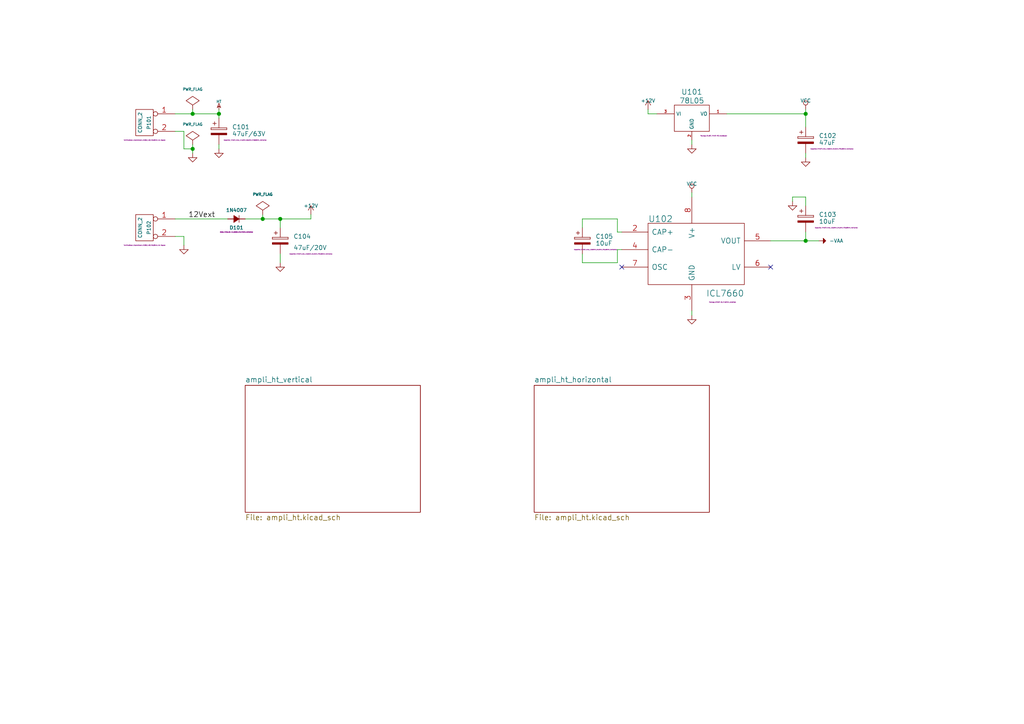
<source format=kicad_sch>
(kicad_sch
	(version 20250114)
	(generator "eeschema")
	(generator_version "9.0")
	(uuid "5b9623a5-6d01-41fc-9865-e1bc779418c8")
	(paper "A4")
	(title_block
		(title "Complex hierarchy: demo")
		(date "2017-01-15")
	)
	(lib_symbols
		(symbol "complex_hierarchy:+12V"
			(power)
			(pin_names
				(offset 0)
			)
			(exclude_from_sim no)
			(in_bom yes)
			(on_board yes)
			(property "Reference" "#PWR"
				(at 0 -3.81 0)
				(effects
					(font
						(size 1.27 1.27)
					)
					(hide yes)
				)
			)
			(property "Value" "+12V"
				(at 0 3.556 0)
				(effects
					(font
						(size 1.27 1.27)
					)
				)
			)
			(property "Footprint" ""
				(at 0 0 0)
				(effects
					(font
						(size 1.524 1.524)
					)
				)
			)
			(property "Datasheet" ""
				(at 0 0 0)
				(effects
					(font
						(size 1.524 1.524)
					)
				)
			)
			(property "Description" ""
				(at 0 0 0)
				(effects
					(font
						(size 1.27 1.27)
					)
					(hide yes)
				)
			)
			(symbol "+12V_0_1"
				(polyline
					(pts
						(xy -0.762 1.27) (xy 0 2.54)
					)
					(stroke
						(width 0)
						(type default)
					)
					(fill
						(type none)
					)
				)
				(polyline
					(pts
						(xy 0 2.54) (xy 0.762 1.27)
					)
					(stroke
						(width 0)
						(type default)
					)
					(fill
						(type none)
					)
				)
				(polyline
					(pts
						(xy 0 0) (xy 0 2.54)
					)
					(stroke
						(width 0)
						(type default)
					)
					(fill
						(type none)
					)
				)
			)
			(symbol "+12V_1_1"
				(pin power_in line
					(at 0 0 90)
					(length 0)
					(hide yes)
					(name "+12V"
						(effects
							(font
								(size 1.27 1.27)
							)
						)
					)
					(number "1"
						(effects
							(font
								(size 1.27 1.27)
							)
						)
					)
				)
			)
			(embedded_fonts no)
		)
		(symbol "complex_hierarchy:-VAA"
			(power)
			(pin_names
				(offset 0)
			)
			(exclude_from_sim no)
			(in_bom yes)
			(on_board yes)
			(property "Reference" "#PWR"
				(at 0 2.54 0)
				(effects
					(font
						(size 0.508 0.508)
					)
					(hide yes)
				)
			)
			(property "Value" "-VAA"
				(at 0 2.54 0)
				(effects
					(font
						(size 0.762 0.762)
					)
				)
			)
			(property "Footprint" ""
				(at 0 0 0)
				(effects
					(font
						(size 1.524 1.524)
					)
				)
			)
			(property "Datasheet" ""
				(at 0 0 0)
				(effects
					(font
						(size 1.524 1.524)
					)
				)
			)
			(property "Description" ""
				(at 0 0 0)
				(effects
					(font
						(size 1.27 1.27)
					)
					(hide yes)
				)
			)
			(symbol "-VAA_0_0"
				(pin power_in line
					(at 0 0 90)
					(length 0)
					(hide yes)
					(name "-VAA"
						(effects
							(font
								(size 0.508 0.508)
							)
						)
					)
					(number "1"
						(effects
							(font
								(size 0.508 0.508)
							)
						)
					)
				)
			)
			(symbol "-VAA_0_1"
				(polyline
					(pts
						(xy 0 2.032) (xy 0.762 1.27) (xy -0.508 1.27) (xy -0.762 1.27) (xy 0 2.032) (xy 0 2.032) (xy 0 2.032)
					)
					(stroke
						(width 0)
						(type default)
					)
					(fill
						(type outline)
					)
				)
				(polyline
					(pts
						(xy 0 0) (xy 0 1.27) (xy 0 1.27)
					)
					(stroke
						(width 0)
						(type default)
					)
					(fill
						(type none)
					)
				)
			)
			(embedded_fonts no)
		)
		(symbol "complex_hierarchy:7805"
			(exclude_from_sim no)
			(in_bom yes)
			(on_board yes)
			(property "Reference" "U"
				(at 3.81 -4.9784 0)
				(effects
					(font
						(size 1.524 1.524)
					)
				)
			)
			(property "Value" "7805"
				(at 0 5.08 0)
				(effects
					(font
						(size 1.524 1.524)
					)
				)
			)
			(property "Footprint" ""
				(at 0 0 0)
				(effects
					(font
						(size 1.524 1.524)
					)
				)
			)
			(property "Datasheet" ""
				(at 0 0 0)
				(effects
					(font
						(size 1.524 1.524)
					)
				)
			)
			(property "Description" ""
				(at 0 0 0)
				(effects
					(font
						(size 1.27 1.27)
					)
					(hide yes)
				)
			)
			(symbol "7805_0_1"
				(rectangle
					(start -5.08 -3.81)
					(end 5.08 3.81)
					(stroke
						(width 0)
						(type default)
					)
					(fill
						(type none)
					)
				)
			)
			(symbol "7805_1_1"
				(pin input line
					(at -10.16 1.27 0)
					(length 5.08)
					(name "VI"
						(effects
							(font
								(size 1.016 1.016)
							)
						)
					)
					(number "3"
						(effects
							(font
								(size 0.762 0.762)
							)
						)
					)
				)
				(pin input line
					(at 0 -6.35 90)
					(length 2.54)
					(name "GND"
						(effects
							(font
								(size 1.016 1.016)
							)
						)
					)
					(number "2"
						(effects
							(font
								(size 0.762 0.762)
							)
						)
					)
				)
				(pin power_out line
					(at 10.16 1.27 180)
					(length 5.08)
					(name "VO"
						(effects
							(font
								(size 1.016 1.016)
							)
						)
					)
					(number "1"
						(effects
							(font
								(size 0.762 0.762)
							)
						)
					)
				)
			)
			(embedded_fonts no)
		)
		(symbol "complex_hierarchy:CONN_2"
			(pin_names
				(offset 1.016)
				(hide yes)
			)
			(exclude_from_sim no)
			(in_bom yes)
			(on_board yes)
			(property "Reference" "P"
				(at -1.27 0 90)
				(effects
					(font
						(size 1.016 1.016)
					)
				)
			)
			(property "Value" "CONN_2"
				(at 1.27 0 90)
				(effects
					(font
						(size 1.016 1.016)
					)
				)
			)
			(property "Footprint" ""
				(at 0 0 0)
				(effects
					(font
						(size 1.524 1.524)
					)
				)
			)
			(property "Datasheet" ""
				(at 0 0 0)
				(effects
					(font
						(size 1.524 1.524)
					)
				)
			)
			(property "Description" ""
				(at 0 0 0)
				(effects
					(font
						(size 1.27 1.27)
					)
					(hide yes)
				)
			)
			(symbol "CONN_2_0_1"
				(rectangle
					(start -2.54 3.81)
					(end 2.54 -3.81)
					(stroke
						(width 0)
						(type default)
					)
					(fill
						(type none)
					)
				)
			)
			(symbol "CONN_2_1_1"
				(pin passive inverted
					(at -8.89 2.54 0)
					(length 6.35)
					(name "P1"
						(effects
							(font
								(size 1.524 1.524)
							)
						)
					)
					(number "1"
						(effects
							(font
								(size 1.524 1.524)
							)
						)
					)
				)
				(pin passive inverted
					(at -8.89 -2.54 0)
					(length 6.35)
					(name "PM"
						(effects
							(font
								(size 1.524 1.524)
							)
						)
					)
					(number "2"
						(effects
							(font
								(size 1.524 1.524)
							)
						)
					)
				)
			)
			(embedded_fonts no)
		)
		(symbol "complex_hierarchy:CP"
			(pin_numbers
				(hide yes)
			)
			(pin_names
				(offset 0.254)
			)
			(exclude_from_sim no)
			(in_bom yes)
			(on_board yes)
			(property "Reference" "C"
				(at 0.635 2.54 0)
				(effects
					(font
						(size 1.27 1.27)
					)
					(justify left)
				)
			)
			(property "Value" "CP"
				(at 0.635 -2.54 0)
				(effects
					(font
						(size 1.27 1.27)
					)
					(justify left)
				)
			)
			(property "Footprint" ""
				(at 0.9652 -3.81 0)
				(effects
					(font
						(size 0.762 0.762)
					)
				)
			)
			(property "Datasheet" ""
				(at 0 0 0)
				(effects
					(font
						(size 1.524 1.524)
					)
				)
			)
			(property "Description" ""
				(at 0 0 0)
				(effects
					(font
						(size 1.27 1.27)
					)
					(hide yes)
				)
			)
			(property "ki_fp_filters" "CP* Elko* TantalC* C*elec c_elec* SMD*_Pol"
				(at 0 0 0)
				(effects
					(font
						(size 1.27 1.27)
					)
					(hide yes)
				)
			)
			(symbol "CP_0_1"
				(rectangle
					(start -2.286 0.508)
					(end -2.286 1.016)
					(stroke
						(width 0)
						(type default)
					)
					(fill
						(type none)
					)
				)
				(rectangle
					(start -2.286 0.508)
					(end 2.286 0.508)
					(stroke
						(width 0)
						(type default)
					)
					(fill
						(type none)
					)
				)
				(rectangle
					(start -1.778 2.286)
					(end -0.762 2.286)
					(stroke
						(width 0)
						(type default)
					)
					(fill
						(type none)
					)
				)
				(rectangle
					(start -1.27 1.778)
					(end -1.27 2.794)
					(stroke
						(width 0)
						(type default)
					)
					(fill
						(type none)
					)
				)
				(rectangle
					(start 2.286 1.016)
					(end -2.286 1.016)
					(stroke
						(width 0)
						(type default)
					)
					(fill
						(type none)
					)
				)
				(rectangle
					(start 2.286 1.016)
					(end 2.286 0.508)
					(stroke
						(width 0)
						(type default)
					)
					(fill
						(type none)
					)
				)
				(rectangle
					(start 2.286 -0.508)
					(end -2.286 -1.016)
					(stroke
						(width 0)
						(type default)
					)
					(fill
						(type outline)
					)
				)
			)
			(symbol "CP_1_1"
				(pin passive line
					(at 0 3.81 270)
					(length 2.794)
					(name "~"
						(effects
							(font
								(size 1.016 1.016)
							)
						)
					)
					(number "1"
						(effects
							(font
								(size 1.016 1.016)
							)
						)
					)
				)
				(pin passive line
					(at 0 -3.81 90)
					(length 2.794)
					(name "~"
						(effects
							(font
								(size 1.016 1.016)
							)
						)
					)
					(number "2"
						(effects
							(font
								(size 1.016 1.016)
							)
						)
					)
				)
			)
			(embedded_fonts no)
		)
		(symbol "complex_hierarchy:D_Small"
			(pin_numbers
				(hide yes)
			)
			(pin_names
				(offset 0.254)
				(hide yes)
			)
			(exclude_from_sim no)
			(in_bom yes)
			(on_board yes)
			(property "Reference" "D"
				(at -1.27 2.032 0)
				(effects
					(font
						(size 1.27 1.27)
					)
					(justify left)
				)
			)
			(property "Value" "D_Small"
				(at -3.81 -2.032 0)
				(effects
					(font
						(size 1.27 1.27)
					)
					(justify left)
				)
			)
			(property "Footprint" ""
				(at 0 0 90)
				(effects
					(font
						(size 1.524 1.524)
					)
				)
			)
			(property "Datasheet" ""
				(at 0 0 90)
				(effects
					(font
						(size 1.524 1.524)
					)
				)
			)
			(property "Description" ""
				(at 0 0 0)
				(effects
					(font
						(size 1.27 1.27)
					)
					(hide yes)
				)
			)
			(property "ki_fp_filters" "Diode_* D-Pak_TO252AA *SingleDiode *SingleDiode* *_Diode_*"
				(at 0 0 0)
				(effects
					(font
						(size 1.27 1.27)
					)
					(hide yes)
				)
			)
			(symbol "D_Small_0_1"
				(polyline
					(pts
						(xy -0.762 -1.016) (xy -0.762 1.016)
					)
					(stroke
						(width 0)
						(type default)
					)
					(fill
						(type none)
					)
				)
				(polyline
					(pts
						(xy 0.762 -1.016) (xy -0.762 0) (xy 0.762 1.016) (xy 0.762 -1.016)
					)
					(stroke
						(width 0)
						(type default)
					)
					(fill
						(type outline)
					)
				)
			)
			(symbol "D_Small_1_1"
				(pin passive line
					(at -2.54 0 0)
					(length 1.778)
					(name "K"
						(effects
							(font
								(size 1.27 1.27)
							)
						)
					)
					(number "1"
						(effects
							(font
								(size 1.27 1.27)
							)
						)
					)
				)
				(pin passive line
					(at 2.54 0 180)
					(length 1.778)
					(name "A"
						(effects
							(font
								(size 1.27 1.27)
							)
						)
					)
					(number "2"
						(effects
							(font
								(size 1.27 1.27)
							)
						)
					)
				)
			)
			(embedded_fonts no)
		)
		(symbol "complex_hierarchy:GND"
			(power)
			(pin_names
				(offset 0)
			)
			(exclude_from_sim no)
			(in_bom yes)
			(on_board yes)
			(property "Reference" "#PWR"
				(at 0 -3.81 0)
				(effects
					(font
						(size 1.27 1.27)
					)
					(hide yes)
				)
			)
			(property "Value" "GND"
				(at 0 -3.1242 0)
				(effects
					(font
						(size 0.762 0.762)
					)
				)
			)
			(property "Footprint" ""
				(at 0 0 0)
				(effects
					(font
						(size 1.524 1.524)
					)
				)
			)
			(property "Datasheet" ""
				(at 0 0 0)
				(effects
					(font
						(size 1.524 1.524)
					)
				)
			)
			(property "Description" ""
				(at 0 0 0)
				(effects
					(font
						(size 1.27 1.27)
					)
					(hide yes)
				)
			)
			(symbol "GND_0_1"
				(polyline
					(pts
						(xy 0 0) (xy 0 -1.27) (xy 1.27 -1.27) (xy 0 -2.54) (xy -1.27 -1.27) (xy 0 -1.27)
					)
					(stroke
						(width 0)
						(type default)
					)
					(fill
						(type none)
					)
				)
			)
			(symbol "GND_1_1"
				(pin power_in line
					(at 0 0 270)
					(length 0)
					(hide yes)
					(name "GND"
						(effects
							(font
								(size 0.762 0.762)
							)
						)
					)
					(number "1"
						(effects
							(font
								(size 0.508 0.508)
							)
						)
					)
				)
			)
			(embedded_fonts no)
		)
		(symbol "complex_hierarchy:HT"
			(power)
			(pin_names
				(offset 0)
			)
			(exclude_from_sim no)
			(in_bom yes)
			(on_board yes)
			(property "Reference" "#PWR"
				(at 0 3.048 0)
				(effects
					(font
						(size 1.27 1.27)
					)
					(hide yes)
				)
			)
			(property "Value" "HT"
				(at 0 2.286 0)
				(effects
					(font
						(size 1.27 1.27)
					)
				)
			)
			(property "Footprint" ""
				(at 0 0 0)
				(effects
					(font
						(size 1.524 1.524)
					)
				)
			)
			(property "Datasheet" ""
				(at 0 0 0)
				(effects
					(font
						(size 1.524 1.524)
					)
				)
			)
			(property "Description" ""
				(at 0 0 0)
				(effects
					(font
						(size 1.27 1.27)
					)
					(hide yes)
				)
			)
			(symbol "HT_0_0"
				(pin power_in line
					(at 0 0 90)
					(length 0)
					(hide yes)
					(name "HT"
						(effects
							(font
								(size 0.508 0.508)
							)
						)
					)
					(number "1"
						(effects
							(font
								(size 0.508 0.508)
							)
						)
					)
				)
			)
			(symbol "HT_0_1"
				(polyline
					(pts
						(xy 0 1.016) (xy 0.508 0.508) (xy 0 1.778) (xy -0.508 0.508) (xy 0 1.016) (xy 0 1.016)
					)
					(stroke
						(width 0)
						(type default)
					)
					(fill
						(type none)
					)
				)
				(polyline
					(pts
						(xy 0 0) (xy 0 1.016) (xy 0 1.016)
					)
					(stroke
						(width 0)
						(type default)
					)
					(fill
						(type none)
					)
				)
			)
			(embedded_fonts no)
		)
		(symbol "complex_hierarchy:ICL7660"
			(pin_names
				(offset 1.016)
			)
			(exclude_from_sim no)
			(in_bom yes)
			(on_board yes)
			(property "Reference" "U"
				(at 5.08 10.16 0)
				(effects
					(font
						(size 1.778 1.778)
					)
					(justify left)
				)
			)
			(property "Value" "ICL7660"
				(at 1.27 -11.43 0)
				(effects
					(font
						(size 1.778 1.778)
					)
					(justify left)
				)
			)
			(property "Footprint" ""
				(at 0 0 0)
				(effects
					(font
						(size 1.524 1.524)
					)
				)
			)
			(property "Datasheet" ""
				(at 0 0 0)
				(effects
					(font
						(size 1.524 1.524)
					)
				)
			)
			(property "Description" ""
				(at 0 0 0)
				(effects
					(font
						(size 1.27 1.27)
					)
					(hide yes)
				)
			)
			(symbol "ICL7660_0_1"
				(rectangle
					(start -13.97 -8.89)
					(end 13.97 8.89)
					(stroke
						(width 0)
						(type default)
					)
					(fill
						(type none)
					)
				)
			)
			(symbol "ICL7660_1_1"
				(pin input line
					(at -21.59 6.35 0)
					(length 7.62)
					(name "CAP+"
						(effects
							(font
								(size 1.524 1.524)
							)
						)
					)
					(number "2"
						(effects
							(font
								(size 1.524 1.524)
							)
						)
					)
				)
				(pin input line
					(at -21.59 1.27 0)
					(length 7.62)
					(name "CAP-"
						(effects
							(font
								(size 1.524 1.524)
							)
						)
					)
					(number "4"
						(effects
							(font
								(size 1.524 1.524)
							)
						)
					)
				)
				(pin input line
					(at -21.59 -3.81 0)
					(length 7.62)
					(name "OSC"
						(effects
							(font
								(size 1.524 1.524)
							)
						)
					)
					(number "7"
						(effects
							(font
								(size 1.524 1.524)
							)
						)
					)
				)
				(pin power_in line
					(at -1.27 16.51 270)
					(length 7.62)
					(name "V+"
						(effects
							(font
								(size 1.524 1.524)
							)
						)
					)
					(number "8"
						(effects
							(font
								(size 1.524 1.524)
							)
						)
					)
				)
				(pin power_in line
					(at -1.27 -16.51 90)
					(length 7.62)
					(name "GND"
						(effects
							(font
								(size 1.524 1.524)
							)
						)
					)
					(number "3"
						(effects
							(font
								(size 1.524 1.524)
							)
						)
					)
				)
				(pin power_out line
					(at 21.59 3.81 180)
					(length 7.62)
					(name "VOUT"
						(effects
							(font
								(size 1.524 1.524)
							)
						)
					)
					(number "5"
						(effects
							(font
								(size 1.524 1.524)
							)
						)
					)
				)
				(pin input line
					(at 21.59 -3.81 180)
					(length 7.62)
					(name "LV"
						(effects
							(font
								(size 1.524 1.524)
							)
						)
					)
					(number "6"
						(effects
							(font
								(size 1.524 1.524)
							)
						)
					)
				)
			)
			(embedded_fonts no)
		)
		(symbol "complex_hierarchy:PWR_FLAG"
			(power)
			(pin_numbers
				(hide yes)
			)
			(pin_names
				(offset 0)
				(hide yes)
			)
			(exclude_from_sim no)
			(in_bom yes)
			(on_board yes)
			(property "Reference" "#FLG"
				(at 0 2.413 0)
				(effects
					(font
						(size 1.27 1.27)
					)
					(hide yes)
				)
			)
			(property "Value" "PWR_FLAG"
				(at 0 4.572 0)
				(effects
					(font
						(size 1.27 1.27)
					)
				)
			)
			(property "Footprint" ""
				(at 0 0 0)
				(effects
					(font
						(size 1.524 1.524)
					)
				)
			)
			(property "Datasheet" ""
				(at 0 0 0)
				(effects
					(font
						(size 1.524 1.524)
					)
				)
			)
			(property "Description" ""
				(at 0 0 0)
				(effects
					(font
						(size 1.27 1.27)
					)
					(hide yes)
				)
			)
			(symbol "PWR_FLAG_0_0"
				(pin power_out line
					(at 0 0 90)
					(length 0)
					(name "pwr"
						(effects
							(font
								(size 0.508 0.508)
							)
						)
					)
					(number "1"
						(effects
							(font
								(size 0.508 0.508)
							)
						)
					)
				)
			)
			(symbol "PWR_FLAG_0_1"
				(polyline
					(pts
						(xy 0 0) (xy 0 1.27) (xy -1.905 2.54) (xy 0 3.81) (xy 1.905 2.54) (xy 0 1.27)
					)
					(stroke
						(width 0)
						(type default)
					)
					(fill
						(type none)
					)
				)
			)
			(embedded_fonts no)
		)
		(symbol "complex_hierarchy:VCC"
			(power)
			(pin_names
				(offset 0)
			)
			(exclude_from_sim no)
			(in_bom yes)
			(on_board yes)
			(property "Reference" "#PWR"
				(at 0 -3.81 0)
				(effects
					(font
						(size 1.27 1.27)
					)
					(hide yes)
				)
			)
			(property "Value" "VCC"
				(at 0 3.81 0)
				(effects
					(font
						(size 1.27 1.27)
					)
				)
			)
			(property "Footprint" ""
				(at 0 0 0)
				(effects
					(font
						(size 1.524 1.524)
					)
				)
			)
			(property "Datasheet" ""
				(at 0 0 0)
				(effects
					(font
						(size 1.524 1.524)
					)
				)
			)
			(property "Description" ""
				(at 0 0 0)
				(effects
					(font
						(size 1.27 1.27)
					)
					(hide yes)
				)
			)
			(symbol "VCC_0_1"
				(circle
					(center 0 1.905)
					(radius 0.635)
					(stroke
						(width 0)
						(type default)
					)
					(fill
						(type none)
					)
				)
				(polyline
					(pts
						(xy 0 0) (xy 0 1.27)
					)
					(stroke
						(width 0)
						(type default)
					)
					(fill
						(type none)
					)
				)
			)
			(symbol "VCC_1_1"
				(pin power_in line
					(at 0 0 90)
					(length 0)
					(hide yes)
					(name "VCC"
						(effects
							(font
								(size 1.27 1.27)
							)
						)
					)
					(number "1"
						(effects
							(font
								(size 1.27 1.27)
							)
						)
					)
				)
			)
			(embedded_fonts no)
		)
	)
	(junction
		(at 55.88 33.02)
		(diameter 1.016)
		(color 0 0 0 0)
		(uuid "0a3cc030-c9dd-4d74-9d50-715ed2b361a2")
	)
	(junction
		(at 81.28 63.5)
		(diameter 1.016)
		(color 0 0 0 0)
		(uuid "1860e030-7a36-4298-b7fc-a16d48ab15ba")
	)
	(junction
		(at 233.68 33.02)
		(diameter 1.016)
		(color 0 0 0 0)
		(uuid "3dcc657b-55a1-48e0-9667-e01e7b6b08b5")
	)
	(junction
		(at 233.68 69.85)
		(diameter 1.016)
		(color 0 0 0 0)
		(uuid "67f6e996-3c99-493c-8f6f-e739e2ed5d7a")
	)
	(junction
		(at 55.88 43.18)
		(diameter 1.016)
		(color 0 0 0 0)
		(uuid "8322f275-268c-4e87-a69f-4cfbf05e747f")
	)
	(junction
		(at 63.5 33.02)
		(diameter 1.016)
		(color 0 0 0 0)
		(uuid "b6270a28-e0d9-4655-a18a-03dbf007b940")
	)
	(junction
		(at 76.2 63.5)
		(diameter 1.016)
		(color 0 0 0 0)
		(uuid "f3490fa5-5a27-423b-af60-53609669542c")
	)
	(no_connect
		(at 223.52 77.47)
		(uuid "20e66f15-282c-451a-a4f8-ad04d80e6ce9")
	)
	(no_connect
		(at 180.34 77.47)
		(uuid "5fbe6dcc-e552-48d7-b6fc-4c6604c764fe")
	)
	(wire
		(pts
			(xy 229.87 58.42) (xy 229.87 57.15)
		)
		(stroke
			(width 0)
			(type solid)
		)
		(uuid "034634e9-549f-4ce5-b63e-bf0169cac132")
	)
	(wire
		(pts
			(xy 223.52 69.85) (xy 233.68 69.85)
		)
		(stroke
			(width 0)
			(type solid)
		)
		(uuid "1815e4ee-687d-4f55-ab64-6d1d6d325297")
	)
	(wire
		(pts
			(xy 233.68 59.69) (xy 233.68 57.15)
		)
		(stroke
			(width 0)
			(type solid)
		)
		(uuid "19de7b8f-534d-4bbe-8c89-a8779c93514e")
	)
	(wire
		(pts
			(xy 168.91 66.04) (xy 168.91 63.5)
		)
		(stroke
			(width 0)
			(type solid)
		)
		(uuid "218a32a4-8e63-49d6-b397-566db39417e7")
	)
	(wire
		(pts
			(xy 233.68 67.31) (xy 233.68 69.85)
		)
		(stroke
			(width 0)
			(type solid)
		)
		(uuid "2a96c8ff-c64d-4586-8edf-4840f95597b1")
	)
	(wire
		(pts
			(xy 76.2 63.5) (xy 76.2 62.23)
		)
		(stroke
			(width 0)
			(type solid)
		)
		(uuid "2d2da451-ba1d-4169-a55e-51808cb3358c")
	)
	(wire
		(pts
			(xy 53.34 68.58) (xy 50.8 68.58)
		)
		(stroke
			(width 0)
			(type solid)
		)
		(uuid "31bef7b5-13a8-4c6f-9bd1-bbc110bde8ad")
	)
	(wire
		(pts
			(xy 179.07 72.39) (xy 180.34 72.39)
		)
		(stroke
			(width 0)
			(type solid)
		)
		(uuid "340f1712-7444-4507-89a3-03ed555ef0f9")
	)
	(wire
		(pts
			(xy 53.34 38.1) (xy 53.34 43.18)
		)
		(stroke
			(width 0)
			(type solid)
		)
		(uuid "344ce943-0e28-4700-a88a-229e1b816eb0")
	)
	(wire
		(pts
			(xy 168.91 63.5) (xy 179.07 63.5)
		)
		(stroke
			(width 0)
			(type solid)
		)
		(uuid "34641e31-8509-4621-a6af-27ac72de8ff0")
	)
	(wire
		(pts
			(xy 90.17 62.23) (xy 90.17 63.5)
		)
		(stroke
			(width 0)
			(type solid)
		)
		(uuid "36cc51df-302a-4e4c-bb35-b7ea261d4251")
	)
	(wire
		(pts
			(xy 81.28 73.66) (xy 81.28 76.2)
		)
		(stroke
			(width 0)
			(type solid)
		)
		(uuid "3e72869c-7cf7-43ab-a03b-04597f1afc38")
	)
	(wire
		(pts
			(xy 71.12 63.5) (xy 76.2 63.5)
		)
		(stroke
			(width 0)
			(type solid)
		)
		(uuid "48c55899-2c7a-4d2f-b1ac-daf479ab68bc")
	)
	(wire
		(pts
			(xy 187.96 33.02) (xy 190.5 33.02)
		)
		(stroke
			(width 0)
			(type solid)
		)
		(uuid "4c841bd2-8831-4a1b-9b49-f8e8578badfb")
	)
	(wire
		(pts
			(xy 63.5 33.02) (xy 63.5 34.29)
		)
		(stroke
			(width 0)
			(type solid)
		)
		(uuid "520ec3aa-2659-4771-a2f9-2520d0fcdd08")
	)
	(wire
		(pts
			(xy 179.07 67.31) (xy 180.34 67.31)
		)
		(stroke
			(width 0)
			(type solid)
		)
		(uuid "60a61eca-4696-4cd4-a098-21a38fae1214")
	)
	(wire
		(pts
			(xy 168.91 73.66) (xy 168.91 76.2)
		)
		(stroke
			(width 0)
			(type solid)
		)
		(uuid "657de244-190b-418d-8e5c-ffe46bf5c522")
	)
	(wire
		(pts
			(xy 50.8 38.1) (xy 53.34 38.1)
		)
		(stroke
			(width 0)
			(type solid)
		)
		(uuid "6fe86846-7473-423f-9682-e96c97103602")
	)
	(wire
		(pts
			(xy 179.07 76.2) (xy 179.07 72.39)
		)
		(stroke
			(width 0)
			(type solid)
		)
		(uuid "77afa174-f325-464e-9578-2e3c99a3febd")
	)
	(wire
		(pts
			(xy 53.34 43.18) (xy 55.88 43.18)
		)
		(stroke
			(width 0)
			(type solid)
		)
		(uuid "7873f6b4-106f-438f-9c25-4b86c8bd8cb9")
	)
	(wire
		(pts
			(xy 179.07 63.5) (xy 179.07 67.31)
		)
		(stroke
			(width 0)
			(type solid)
		)
		(uuid "7a30ff74-1582-46a9-9baf-457261e82b6f")
	)
	(wire
		(pts
			(xy 233.68 44.45) (xy 233.68 45.72)
		)
		(stroke
			(width 0)
			(type solid)
		)
		(uuid "7b58f55a-4b04-4caa-9905-f4f519185b0f")
	)
	(wire
		(pts
			(xy 55.88 41.91) (xy 55.88 43.18)
		)
		(stroke
			(width 0)
			(type solid)
		)
		(uuid "86433274-54a7-49c3-86da-05fc7af7554e")
	)
	(wire
		(pts
			(xy 200.66 55.88) (xy 200.66 57.15)
		)
		(stroke
			(width 0)
			(type solid)
		)
		(uuid "8b6d3687-a49a-4f5e-8b6c-1d9851398182")
	)
	(wire
		(pts
			(xy 50.8 63.5) (xy 66.04 63.5)
		)
		(stroke
			(width 0)
			(type solid)
		)
		(uuid "917a90e7-ecf0-4c02-a5fd-11b53b67b900")
	)
	(wire
		(pts
			(xy 55.88 31.75) (xy 55.88 33.02)
		)
		(stroke
			(width 0)
			(type solid)
		)
		(uuid "9c52cf6f-7e50-4466-9234-5cc5a69416e4")
	)
	(wire
		(pts
			(xy 233.68 69.85) (xy 237.49 69.85)
		)
		(stroke
			(width 0)
			(type solid)
		)
		(uuid "a0c0caa9-74ef-4b02-b740-fc251a6af7bf")
	)
	(wire
		(pts
			(xy 76.2 63.5) (xy 81.28 63.5)
		)
		(stroke
			(width 0)
			(type solid)
		)
		(uuid "a17d3aa7-6c55-4786-97b0-b73c3fd5f953")
	)
	(wire
		(pts
			(xy 81.28 63.5) (xy 81.28 66.04)
		)
		(stroke
			(width 0)
			(type solid)
		)
		(uuid "aee6e138-3a06-4362-9adf-67730f8cdf31")
	)
	(wire
		(pts
			(xy 81.28 63.5) (xy 90.17 63.5)
		)
		(stroke
			(width 0)
			(type solid)
		)
		(uuid "c4c56c14-55cb-413f-a0c6-5578e3c1f22f")
	)
	(wire
		(pts
			(xy 229.87 57.15) (xy 233.68 57.15)
		)
		(stroke
			(width 0)
			(type solid)
		)
		(uuid "cf245c28-ac49-41eb-9fe1-42fdb3b3d6ae")
	)
	(wire
		(pts
			(xy 63.5 41.91) (xy 63.5 43.18)
		)
		(stroke
			(width 0)
			(type solid)
		)
		(uuid "cff0fbd2-ab15-461b-bd79-d2297ed2830b")
	)
	(wire
		(pts
			(xy 55.88 43.18) (xy 55.88 44.45)
		)
		(stroke
			(width 0)
			(type solid)
		)
		(uuid "d57e3b06-9015-454a-8ade-9c383c1a997f")
	)
	(wire
		(pts
			(xy 55.88 33.02) (xy 63.5 33.02)
		)
		(stroke
			(width 0)
			(type solid)
		)
		(uuid "d8f2654e-c3d7-4be0-aec0-1718f47d77fc")
	)
	(wire
		(pts
			(xy 168.91 76.2) (xy 179.07 76.2)
		)
		(stroke
			(width 0)
			(type solid)
		)
		(uuid "de1fea12-3d39-4320-9e72-63ed6c996dbf")
	)
	(wire
		(pts
			(xy 200.66 91.44) (xy 200.66 90.17)
		)
		(stroke
			(width 0)
			(type solid)
		)
		(uuid "e2cdb502-dcd2-469f-8fd7-3828e65fac05")
	)
	(wire
		(pts
			(xy 200.66 41.91) (xy 200.66 40.64)
		)
		(stroke
			(width 0)
			(type solid)
		)
		(uuid "e7c13f96-f772-4da8-ad74-47f6774fedf2")
	)
	(wire
		(pts
			(xy 210.82 33.02) (xy 233.68 33.02)
		)
		(stroke
			(width 0)
			(type solid)
		)
		(uuid "e8f5b1a5-9219-4c15-b8b9-b7731b85aab2")
	)
	(wire
		(pts
			(xy 50.8 33.02) (xy 55.88 33.02)
		)
		(stroke
			(width 0)
			(type solid)
		)
		(uuid "ec21c1cc-b616-4561-b0e7-afe7f4071acf")
	)
	(wire
		(pts
			(xy 187.96 31.75) (xy 187.96 33.02)
		)
		(stroke
			(width 0)
			(type solid)
		)
		(uuid "f0836cc2-9e8e-4104-9ad0-8447b6251b8e")
	)
	(wire
		(pts
			(xy 63.5 31.75) (xy 63.5 33.02)
		)
		(stroke
			(width 0)
			(type solid)
		)
		(uuid "f555e86c-e157-411e-a90d-d5c73c912ebe")
	)
	(wire
		(pts
			(xy 233.68 33.02) (xy 233.68 36.83)
		)
		(stroke
			(width 0)
			(type solid)
		)
		(uuid "f74743f8-43af-4481-b52c-6934ed7675e6")
	)
	(wire
		(pts
			(xy 53.34 71.12) (xy 53.34 68.58)
		)
		(stroke
			(width 0)
			(type solid)
		)
		(uuid "fa22f1ec-e16a-4f88-b606-6d06e4cc7ac1")
	)
	(wire
		(pts
			(xy 233.68 31.75) (xy 233.68 33.02)
		)
		(stroke
			(width 0)
			(type solid)
		)
		(uuid "fc08ea93-08d5-4090-bf1a-87ac45ce5ea1")
	)
	(label "12Vext"
		(at 54.61 63.5 0)
		(effects
			(font
				(size 1.524 1.524)
			)
			(justify left bottom)
		)
		(uuid "6d5fce79-cffa-4bf2-a989-42ca9ce0dd4e")
	)
	(symbol
		(lib_id "complex_hierarchy:CONN_2")
		(at 41.91 66.04 0)
		(mirror y)
		(unit 1)
		(exclude_from_sim no)
		(in_bom yes)
		(on_board yes)
		(dnp no)
		(uuid "00000000-0000-0000-0000-00004ad71b06")
		(property "Reference" "P102"
			(at 43.18 66.04 90)
			(effects
				(font
					(size 1.016 1.016)
				)
			)
		)
		(property "Value" "CONN_2"
			(at 40.64 66.04 90)
			(effects
				(font
					(size 1.016 1.016)
				)
			)
		)
		(property "Footprint" "TerminalBlock_Altech:Altech_AK300_1x02_P5.00mm_45-Degree"
			(at 41.91 71.12 0)
			(effects
				(font
					(size 0.254 0.254)
				)
			)
		)
		(property "Datasheet" ""
			(at 41.91 66.04 0)
			(effects
				(font
					(size 1.524 1.524)
				)
				(hide yes)
			)
		)
		(property "Description" ""
			(at 41.91 66.04 0)
			(effects
				(font
					(size 1.27 1.27)
				)
				(hide yes)
			)
		)
		(pin "1"
			(uuid "93beff75-77b5-4919-87c2-bc5dcd4e4f80")
		)
		(pin "2"
			(uuid "cf90931c-fb6b-4373-82d1-29a27e9e9880")
		)
		(instances
			(project "complex_hierarchy"
				(path "/5b9623a5-6d01-41fc-9865-e1bc779418c8"
					(reference "P102")
					(unit 1)
				)
			)
		)
	)
	(symbol
		(lib_id "complex_hierarchy:GND")
		(at 53.34 71.12 0)
		(unit 1)
		(exclude_from_sim no)
		(in_bom yes)
		(on_board yes)
		(dnp no)
		(uuid "00000000-0000-0000-0000-00004ad71b8e")
		(property "Reference" "#PWR0110"
			(at 53.34 71.12 0)
			(effects
				(font
					(size 0.762 0.762)
				)
				(hide yes)
			)
		)
		(property "Value" "GND"
			(at 53.34 72.898 0)
			(effects
				(font
					(size 0.762 0.762)
				)
				(hide yes)
			)
		)
		(property "Footprint" ""
			(at 53.34 71.12 0)
			(effects
				(font
					(size 0.254 0.254)
				)
				(hide yes)
			)
		)
		(property "Datasheet" ""
			(at 53.34 71.12 0)
			(effects
				(font
					(size 1.524 1.524)
				)
				(hide yes)
			)
		)
		(property "Description" ""
			(at 53.34 71.12 0)
			(effects
				(font
					(size 1.27 1.27)
				)
				(hide yes)
			)
		)
		(pin "1"
			(uuid "5a719864-76a5-483d-9f2e-e85b75ecb792")
		)
		(instances
			(project "complex_hierarchy"
				(path "/5b9623a5-6d01-41fc-9865-e1bc779418c8"
					(reference "#PWR0110")
					(unit 1)
				)
			)
		)
	)
	(symbol
		(lib_id "complex_hierarchy:D_Small")
		(at 68.58 63.5 0)
		(mirror y)
		(unit 1)
		(exclude_from_sim no)
		(in_bom yes)
		(on_board yes)
		(dnp no)
		(uuid "00000000-0000-0000-0000-00004ae172f4")
		(property "Reference" "D101"
			(at 68.58 66.04 0)
			(effects
				(font
					(size 1.016 1.016)
				)
			)
		)
		(property "Value" "1N4007"
			(at 68.58 60.96 0)
			(effects
				(font
					(size 1.016 1.016)
				)
			)
		)
		(property "Footprint" "Diode_THT:D_DO-41_SOD81_P12.70mm_Horizontal"
			(at 68.58 67.31 0)
			(effects
				(font
					(size 0.254 0.254)
				)
			)
		)
		(property "Datasheet" ""
			(at 68.58 63.5 0)
			(effects
				(font
					(size 1.524 1.524)
				)
				(hide yes)
			)
		)
		(property "Description" ""
			(at 68.58 63.5 0)
			(effects
				(font
					(size 1.27 1.27)
				)
				(hide yes)
			)
		)
		(pin "1"
			(uuid "50637a01-0c25-48ed-adf3-9b80f7148615")
		)
		(pin "2"
			(uuid "05cdbb49-19d5-4892-84c8-6903d4090c80")
		)
		(instances
			(project "complex_hierarchy"
				(path "/5b9623a5-6d01-41fc-9865-e1bc779418c8"
					(reference "D101")
					(unit 1)
				)
			)
		)
	)
	(symbol
		(lib_id "complex_hierarchy:CP")
		(at 81.28 69.85 0)
		(unit 1)
		(exclude_from_sim no)
		(in_bom yes)
		(on_board yes)
		(dnp no)
		(uuid "00000000-0000-0000-0000-00004ae173cf")
		(property "Reference" "C104"
			(at 85.09 68.58 0)
			(effects
				(font
					(size 1.27 1.27)
				)
				(justify left)
			)
		)
		(property "Value" "47uF/20V"
			(at 85.09 71.12 0)
			(effects
				(font
					(size 1.27 1.27)
				)
				(justify left top)
			)
		)
		(property "Footprint" "Capacitor_THT:CP_Axial_L10.0mm_D4.5mm_P15.00mm_Horizontal"
			(at 90.17 73.66 0)
			(effects
				(font
					(size 0.254 0.254)
				)
			)
		)
		(property "Datasheet" ""
			(at 81.28 69.85 0)
			(effects
				(font
					(size 1.524 1.524)
				)
				(hide yes)
			)
		)
		(property "Description" ""
			(at 81.28 69.85 0)
			(effects
				(font
					(size 1.27 1.27)
				)
				(hide yes)
			)
		)
		(pin "1"
			(uuid "950d8859-1092-4be3-a24a-26dd789ed6ee")
		)
		(pin "2"
			(uuid "66ca4df5-6237-42f8-b9dc-75df854ddc2f")
		)
		(instances
			(project "complex_hierarchy"
				(path "/5b9623a5-6d01-41fc-9865-e1bc779418c8"
					(reference "C104")
					(unit 1)
				)
			)
		)
	)
	(symbol
		(lib_id "complex_hierarchy:GND")
		(at 81.28 76.2 0)
		(unit 1)
		(exclude_from_sim no)
		(in_bom yes)
		(on_board yes)
		(dnp no)
		(uuid "00000000-0000-0000-0000-00004ae173d0")
		(property "Reference" "#PWR0111"
			(at 81.28 76.2 0)
			(effects
				(font
					(size 0.762 0.762)
				)
				(hide yes)
			)
		)
		(property "Value" "GND"
			(at 81.28 77.978 0)
			(effects
				(font
					(size 0.762 0.762)
				)
				(hide yes)
			)
		)
		(property "Footprint" ""
			(at 81.28 76.2 0)
			(effects
				(font
					(size 0.254 0.254)
				)
				(hide yes)
			)
		)
		(property "Datasheet" ""
			(at 81.28 76.2 0)
			(effects
				(font
					(size 1.524 1.524)
				)
				(hide yes)
			)
		)
		(property "Description" ""
			(at 81.28 76.2 0)
			(effects
				(font
					(size 1.27 1.27)
				)
				(hide yes)
			)
		)
		(pin "1"
			(uuid "468725d6-7057-4fcd-ad87-5e3421654e2d")
		)
		(instances
			(project "complex_hierarchy"
				(path "/5b9623a5-6d01-41fc-9865-e1bc779418c8"
					(reference "#PWR0111")
					(unit 1)
				)
			)
		)
	)
	(symbol
		(lib_id "complex_hierarchy:+12V")
		(at 90.17 62.23 0)
		(unit 1)
		(exclude_from_sim no)
		(in_bom yes)
		(on_board yes)
		(dnp no)
		(uuid "00000000-0000-0000-0000-00004ae173ef")
		(property "Reference" "#U0105"
			(at 90.17 63.5 0)
			(effects
				(font
					(size 0.508 0.508)
				)
				(hide yes)
			)
		)
		(property "Value" "+12V"
			(at 90.17 59.69 0)
			(effects
				(font
					(size 1.016 1.016)
				)
			)
		)
		(property "Footprint" ""
			(at 90.17 62.23 0)
			(effects
				(font
					(size 0.254 0.254)
				)
				(hide yes)
			)
		)
		(property "Datasheet" ""
			(at 90.17 62.23 0)
			(effects
				(font
					(size 1.524 1.524)
				)
				(hide yes)
			)
		)
		(property "Description" ""
			(at 90.17 62.23 0)
			(effects
				(font
					(size 1.27 1.27)
				)
				(hide yes)
			)
		)
		(pin "1"
			(uuid "314141b4-1a21-43f9-9089-f0b4f2c7bf3e")
		)
		(instances
			(project "complex_hierarchy"
				(path "/5b9623a5-6d01-41fc-9865-e1bc779418c8"
					(reference "#U0105")
					(unit 1)
				)
			)
		)
	)
	(symbol
		(lib_id "complex_hierarchy:PWR_FLAG")
		(at 55.88 41.91 0)
		(unit 1)
		(exclude_from_sim no)
		(in_bom yes)
		(on_board yes)
		(dnp no)
		(uuid "00000000-0000-0000-0000-00004ae17c31")
		(property "Reference" "#U0103"
			(at 55.88 35.052 0)
			(effects
				(font
					(size 0.762 0.762)
				)
				(hide yes)
			)
		)
		(property "Value" "PWR_FLAG"
			(at 55.88 36.068 0)
			(effects
				(font
					(size 0.762 0.762)
				)
			)
		)
		(property "Footprint" ""
			(at 55.88 41.91 0)
			(effects
				(font
					(size 0.254 0.254)
				)
				(hide yes)
			)
		)
		(property "Datasheet" ""
			(at 55.88 41.91 0)
			(effects
				(font
					(size 1.524 1.524)
				)
				(hide yes)
			)
		)
		(property "Description" ""
			(at 55.88 41.91 0)
			(effects
				(font
					(size 1.27 1.27)
				)
				(hide yes)
			)
		)
		(pin "1"
			(uuid "679c6703-4af8-4968-98d4-74d61a9e415d")
		)
		(instances
			(project "complex_hierarchy"
				(path "/5b9623a5-6d01-41fc-9865-e1bc779418c8"
					(reference "#U0103")
					(unit 1)
				)
			)
		)
	)
	(symbol
		(lib_id "complex_hierarchy:PWR_FLAG")
		(at 76.2 62.23 0)
		(unit 1)
		(exclude_from_sim no)
		(in_bom yes)
		(on_board yes)
		(dnp no)
		(uuid "00000000-0000-0000-0000-00004b03c9f9")
		(property "Reference" "#U0104"
			(at 76.2 55.372 0)
			(effects
				(font
					(size 0.762 0.762)
				)
				(hide yes)
			)
		)
		(property "Value" "PWR_FLAG"
			(at 76.2 56.388 0)
			(effects
				(font
					(size 0.762 0.762)
				)
			)
		)
		(property "Footprint" ""
			(at 76.2 62.23 0)
			(effects
				(font
					(size 0.254 0.254)
				)
				(hide yes)
			)
		)
		(property "Datasheet" ""
			(at 76.2 62.23 0)
			(effects
				(font
					(size 1.524 1.524)
				)
				(hide yes)
			)
		)
		(property "Description" ""
			(at 76.2 62.23 0)
			(effects
				(font
					(size 1.27 1.27)
				)
				(hide yes)
			)
		)
		(pin "1"
			(uuid "fd4b5e94-eebf-479d-a636-26a4fc972afa")
		)
		(instances
			(project "complex_hierarchy"
				(path "/5b9623a5-6d01-41fc-9865-e1bc779418c8"
					(reference "#U0104")
					(unit 1)
				)
			)
		)
	)
	(symbol
		(lib_id "complex_hierarchy:PWR_FLAG")
		(at 55.88 31.75 0)
		(unit 1)
		(exclude_from_sim no)
		(in_bom yes)
		(on_board yes)
		(dnp no)
		(uuid "00000000-0000-0000-0000-00004b03caa3")
		(property "Reference" "#U0101"
			(at 55.88 24.892 0)
			(effects
				(font
					(size 0.762 0.762)
				)
				(hide yes)
			)
		)
		(property "Value" "PWR_FLAG"
			(at 55.88 25.908 0)
			(effects
				(font
					(size 0.762 0.762)
				)
			)
		)
		(property "Footprint" ""
			(at 55.88 31.75 0)
			(effects
				(font
					(size 0.254 0.254)
				)
				(hide yes)
			)
		)
		(property "Datasheet" ""
			(at 55.88 31.75 0)
			(effects
				(font
					(size 1.524 1.524)
				)
				(hide yes)
			)
		)
		(property "Description" ""
			(at 55.88 31.75 0)
			(effects
				(font
					(size 1.27 1.27)
				)
				(hide yes)
			)
		)
		(pin "1"
			(uuid "6e3b376c-8fc4-4aa5-bf08-4d5432e5f8f4")
		)
		(instances
			(project "complex_hierarchy"
				(path "/5b9623a5-6d01-41fc-9865-e1bc779418c8"
					(reference "#U0101")
					(unit 1)
				)
			)
		)
	)
	(symbol
		(lib_id "complex_hierarchy:GND")
		(at 200.66 41.91 0)
		(unit 1)
		(exclude_from_sim no)
		(in_bom yes)
		(on_board yes)
		(dnp no)
		(uuid "00000000-0000-0000-0000-00004b03ce88")
		(property "Reference" "#PWR0103"
			(at 200.66 41.91 0)
			(effects
				(font
					(size 0.762 0.762)
				)
				(hide yes)
			)
		)
		(property "Value" "GND"
			(at 200.66 43.688 0)
			(effects
				(font
					(size 0.762 0.762)
				)
				(hide yes)
			)
		)
		(property "Footprint" ""
			(at 200.66 41.91 0)
			(effects
				(font
					(size 0.254 0.254)
				)
				(hide yes)
			)
		)
		(property "Datasheet" ""
			(at 200.66 41.91 0)
			(effects
				(font
					(size 1.524 1.524)
				)
				(hide yes)
			)
		)
		(property "Description" ""
			(at 200.66 41.91 0)
			(effects
				(font
					(size 1.27 1.27)
				)
				(hide yes)
			)
		)
		(pin "1"
			(uuid "bbfbf618-f386-40a8-8ae7-6804a9efe4a0")
		)
		(instances
			(project "complex_hierarchy"
				(path "/5b9623a5-6d01-41fc-9865-e1bc779418c8"
					(reference "#PWR0103")
					(unit 1)
				)
			)
		)
	)
	(symbol
		(lib_id "complex_hierarchy:GND")
		(at 233.68 45.72 0)
		(unit 1)
		(exclude_from_sim no)
		(in_bom yes)
		(on_board yes)
		(dnp no)
		(uuid "00000000-0000-0000-0000-00004b03cec1")
		(property "Reference" "#PWR0106"
			(at 233.68 45.72 0)
			(effects
				(font
					(size 0.762 0.762)
				)
				(hide yes)
			)
		)
		(property "Value" "GND"
			(at 233.68 47.498 0)
			(effects
				(font
					(size 0.762 0.762)
				)
				(hide yes)
			)
		)
		(property "Footprint" ""
			(at 233.68 45.72 0)
			(effects
				(font
					(size 0.254 0.254)
				)
				(hide yes)
			)
		)
		(property "Datasheet" ""
			(at 233.68 45.72 0)
			(effects
				(font
					(size 1.524 1.524)
				)
				(hide yes)
			)
		)
		(property "Description" ""
			(at 233.68 45.72 0)
			(effects
				(font
					(size 1.27 1.27)
				)
				(hide yes)
			)
		)
		(pin "1"
			(uuid "c65c67bb-77d1-42a7-8c57-b6c5cc733d6e")
		)
		(instances
			(project "complex_hierarchy"
				(path "/5b9623a5-6d01-41fc-9865-e1bc779418c8"
					(reference "#PWR0106")
					(unit 1)
				)
			)
		)
	)
	(symbol
		(lib_id "complex_hierarchy:CP")
		(at 233.68 40.64 0)
		(unit 1)
		(exclude_from_sim no)
		(in_bom yes)
		(on_board yes)
		(dnp no)
		(uuid "00000000-0000-0000-0000-00004b03cec2")
		(property "Reference" "C102"
			(at 237.49 39.37 0)
			(effects
				(font
					(size 1.27 1.27)
				)
				(justify left)
			)
		)
		(property "Value" "47uF"
			(at 237.49 40.64 0)
			(effects
				(font
					(size 1.27 1.27)
				)
				(justify left top)
			)
		)
		(property "Footprint" "Capacitor_THT:CP_Axial_L10.0mm_D4.5mm_P15.00mm_Horizontal"
			(at 241.3 43.18 0)
			(effects
				(font
					(size 0.254 0.254)
				)
			)
		)
		(property "Datasheet" ""
			(at 233.68 40.64 0)
			(effects
				(font
					(size 1.524 1.524)
				)
				(hide yes)
			)
		)
		(property "Description" ""
			(at 233.68 40.64 0)
			(effects
				(font
					(size 1.27 1.27)
				)
				(hide yes)
			)
		)
		(pin "1"
			(uuid "6d4702ef-7117-483f-92e5-85212c92970d")
		)
		(pin "2"
			(uuid "0f8d55fa-0c01-4552-9188-b1ca1fed4259")
		)
		(instances
			(project "complex_hierarchy"
				(path "/5b9623a5-6d01-41fc-9865-e1bc779418c8"
					(reference "C102")
					(unit 1)
				)
			)
		)
	)
	(symbol
		(lib_id "complex_hierarchy:HT")
		(at 63.5 31.75 0)
		(unit 1)
		(exclude_from_sim no)
		(in_bom yes)
		(on_board yes)
		(dnp no)
		(uuid "00000000-0000-0000-0000-00004b0fa68b")
		(property "Reference" "#PWR0101"
			(at 63.5 28.702 0)
			(effects
				(font
					(size 0.508 0.508)
				)
				(hide yes)
			)
		)
		(property "Value" "HT"
			(at 63.5 29.464 0)
			(effects
				(font
					(size 0.762 0.762)
				)
			)
		)
		(property "Footprint" ""
			(at 63.5 31.75 0)
			(effects
				(font
					(size 0.254 0.254)
				)
				(hide yes)
			)
		)
		(property "Datasheet" ""
			(at 63.5 31.75 0)
			(effects
				(font
					(size 1.524 1.524)
				)
				(hide yes)
			)
		)
		(property "Description" ""
			(at 63.5 31.75 0)
			(effects
				(font
					(size 1.27 1.27)
				)
				(hide yes)
			)
		)
		(pin "1"
			(uuid "fa1573c8-cc1b-4672-b006-5e76d3729e70")
		)
		(instances
			(project "complex_hierarchy"
				(path "/5b9623a5-6d01-41fc-9865-e1bc779418c8"
					(reference "#PWR0101")
					(unit 1)
				)
			)
		)
	)
	(symbol
		(lib_id "complex_hierarchy:CONN_2")
		(at 41.91 35.56 0)
		(mirror y)
		(unit 1)
		(exclude_from_sim no)
		(in_bom yes)
		(on_board yes)
		(dnp no)
		(uuid "00000000-0000-0000-0000-00004b3a12f4")
		(property "Reference" "P101"
			(at 43.18 35.56 90)
			(effects
				(font
					(size 1.016 1.016)
				)
			)
		)
		(property "Value" "CONN_2"
			(at 40.64 35.56 90)
			(effects
				(font
					(size 1.016 1.016)
				)
			)
		)
		(property "Footprint" "TerminalBlock_Altech:Altech_AK300_1x02_P5.00mm_45-Degree"
			(at 41.91 40.64 0)
			(effects
				(font
					(size 0.254 0.254)
				)
			)
		)
		(property "Datasheet" ""
			(at 41.91 35.56 0)
			(effects
				(font
					(size 1.524 1.524)
				)
				(hide yes)
			)
		)
		(property "Description" ""
			(at 41.91 35.56 0)
			(effects
				(font
					(size 1.27 1.27)
				)
				(hide yes)
			)
		)
		(pin "1"
			(uuid "60dc40ce-cb22-4d22-b340-d0a99a37a402")
		)
		(pin "2"
			(uuid "b4b59a42-87f8-4f78-8abe-57ef9b8c1621")
		)
		(instances
			(project "complex_hierarchy"
				(path "/5b9623a5-6d01-41fc-9865-e1bc779418c8"
					(reference "P101")
					(unit 1)
				)
			)
		)
	)
	(symbol
		(lib_id "complex_hierarchy:GND")
		(at 55.88 44.45 0)
		(unit 1)
		(exclude_from_sim no)
		(in_bom yes)
		(on_board yes)
		(dnp no)
		(uuid "00000000-0000-0000-0000-00004b3a1302")
		(property "Reference" "#PWR0105"
			(at 55.88 44.45 0)
			(effects
				(font
					(size 0.762 0.762)
				)
				(hide yes)
			)
		)
		(property "Value" "GND"
			(at 55.88 46.228 0)
			(effects
				(font
					(size 0.762 0.762)
				)
				(hide yes)
			)
		)
		(property "Footprint" ""
			(at 55.88 44.45 0)
			(effects
				(font
					(size 0.254 0.254)
				)
				(hide yes)
			)
		)
		(property "Datasheet" ""
			(at 55.88 44.45 0)
			(effects
				(font
					(size 1.524 1.524)
				)
				(hide yes)
			)
		)
		(property "Description" ""
			(at 55.88 44.45 0)
			(effects
				(font
					(size 1.27 1.27)
				)
				(hide yes)
			)
		)
		(pin "1"
			(uuid "569aa7f7-42a0-466c-bdcb-a28edb529f8d")
		)
		(instances
			(project "complex_hierarchy"
				(path "/5b9623a5-6d01-41fc-9865-e1bc779418c8"
					(reference "#PWR0105")
					(unit 1)
				)
			)
		)
	)
	(symbol
		(lib_id "complex_hierarchy:GND")
		(at 63.5 43.18 0)
		(unit 1)
		(exclude_from_sim no)
		(in_bom yes)
		(on_board yes)
		(dnp no)
		(uuid "00000000-0000-0000-0000-00004b3a1557")
		(property "Reference" "#PWR0104"
			(at 63.5 43.18 0)
			(effects
				(font
					(size 0.762 0.762)
				)
				(hide yes)
			)
		)
		(property "Value" "GND"
			(at 63.5 44.958 0)
			(effects
				(font
					(size 0.762 0.762)
				)
				(hide yes)
			)
		)
		(property "Footprint" ""
			(at 63.5 43.18 0)
			(effects
				(font
					(size 0.254 0.254)
				)
				(hide yes)
			)
		)
		(property "Datasheet" ""
			(at 63.5 43.18 0)
			(effects
				(font
					(size 1.524 1.524)
				)
				(hide yes)
			)
		)
		(property "Description" ""
			(at 63.5 43.18 0)
			(effects
				(font
					(size 1.27 1.27)
				)
				(hide yes)
			)
		)
		(pin "1"
			(uuid "60a73c10-a0bb-492d-b24d-57906bb15ccf")
		)
		(instances
			(project "complex_hierarchy"
				(path "/5b9623a5-6d01-41fc-9865-e1bc779418c8"
					(reference "#PWR0104")
					(unit 1)
				)
			)
		)
	)
	(symbol
		(lib_id "complex_hierarchy:CP")
		(at 63.5 38.1 0)
		(unit 1)
		(exclude_from_sim no)
		(in_bom yes)
		(on_board yes)
		(dnp no)
		(uuid "00000000-0000-0000-0000-00004b3a1558")
		(property "Reference" "C101"
			(at 67.31 36.83 0)
			(effects
				(font
					(size 1.27 1.27)
				)
				(justify left)
			)
		)
		(property "Value" "47uF/63V"
			(at 67.31 38.1 0)
			(effects
				(font
					(size 1.27 1.27)
				)
				(justify left top)
			)
		)
		(property "Footprint" "Capacitor_THT:CP_Axial_L11.0mm_D6.0mm_P18.00mm_Horizontal"
			(at 71.12 40.64 0)
			(effects
				(font
					(size 0.254 0.254)
				)
			)
		)
		(property "Datasheet" ""
			(at 63.5 38.1 0)
			(effects
				(font
					(size 1.524 1.524)
				)
				(hide yes)
			)
		)
		(property "Description" ""
			(at 63.5 38.1 0)
			(effects
				(font
					(size 1.27 1.27)
				)
				(hide yes)
			)
		)
		(pin "1"
			(uuid "91ebb9a7-f0c8-48c1-8da3-8c3dced2928b")
		)
		(pin "2"
			(uuid "e86fde03-4b49-49ec-8de2-3e6a4d26aa9c")
		)
		(instances
			(project "complex_hierarchy"
				(path "/5b9623a5-6d01-41fc-9865-e1bc779418c8"
					(reference "C101")
					(unit 1)
				)
			)
		)
	)
	(symbol
		(lib_id "complex_hierarchy:ICL7660")
		(at 201.93 73.66 0)
		(unit 1)
		(exclude_from_sim no)
		(in_bom yes)
		(on_board yes)
		(dnp no)
		(uuid "00000000-0000-0000-0000-00004b4b1230")
		(property "Reference" "U102"
			(at 187.96 63.5 0)
			(effects
				(font
					(size 1.778 1.778)
				)
				(justify left)
			)
		)
		(property "Value" "ICL7660"
			(at 215.9 85.09 0)
			(effects
				(font
					(size 1.778 1.778)
				)
				(justify right)
			)
		)
		(property "Footprint" "Package_DIP:DIP-8_W7.62mm_LongPads"
			(at 209.55 87.63 0)
			(effects
				(font
					(size 0.254 0.254)
				)
			)
		)
		(property "Datasheet" ""
			(at 201.93 73.66 0)
			(effects
				(font
					(size 1.524 1.524)
				)
				(hide yes)
			)
		)
		(property "Description" ""
			(at 201.93 73.66 0)
			(effects
				(font
					(size 1.27 1.27)
				)
				(hide yes)
			)
		)
		(pin "2"
			(uuid "280f55be-766f-4cab-9696-36a957114446")
		)
		(pin "3"
			(uuid "2d5b74ca-4940-4cc0-823e-458788a5ab22")
		)
		(pin "4"
			(uuid "f3a6d3d5-9554-4571-8644-0d78b76e9fac")
		)
		(pin "5"
			(uuid "4e0ed746-84ab-42ae-8ca9-f890856db51b")
		)
		(pin "6"
			(uuid "c103edb4-9632-49fe-8659-c37b95d924b7")
		)
		(pin "7"
			(uuid "30607413-8cde-42a1-821e-40d1d9bb6790")
		)
		(pin "8"
			(uuid "8943c8ac-3376-488a-9ed4-b82f26952158")
		)
		(instances
			(project "complex_hierarchy"
				(path "/5b9623a5-6d01-41fc-9865-e1bc779418c8"
					(reference "U102")
					(unit 1)
				)
			)
		)
	)
	(symbol
		(lib_id "complex_hierarchy:GND")
		(at 200.66 91.44 0)
		(unit 1)
		(exclude_from_sim no)
		(in_bom yes)
		(on_board yes)
		(dnp no)
		(uuid "00000000-0000-0000-0000-00004b4b1237")
		(property "Reference" "#PWR0112"
			(at 200.66 91.44 0)
			(effects
				(font
					(size 0.762 0.762)
				)
				(hide yes)
			)
		)
		(property "Value" "GND"
			(at 200.66 93.218 0)
			(effects
				(font
					(size 0.762 0.762)
				)
				(hide yes)
			)
		)
		(property "Footprint" ""
			(at 200.66 91.44 0)
			(effects
				(font
					(size 0.254 0.254)
				)
				(hide yes)
			)
		)
		(property "Datasheet" ""
			(at 200.66 91.44 0)
			(effects
				(font
					(size 1.524 1.524)
				)
				(hide yes)
			)
		)
		(property "Description" ""
			(at 200.66 91.44 0)
			(effects
				(font
					(size 1.27 1.27)
				)
				(hide yes)
			)
		)
		(pin "1"
			(uuid "3829ae22-27d2-45cc-bb9c-1ee6cbf1ffcb")
		)
		(instances
			(project "complex_hierarchy"
				(path "/5b9623a5-6d01-41fc-9865-e1bc779418c8"
					(reference "#PWR0112")
					(unit 1)
				)
			)
		)
	)
	(symbol
		(lib_id "complex_hierarchy:VCC")
		(at 233.68 31.75 0)
		(unit 1)
		(exclude_from_sim no)
		(in_bom yes)
		(on_board yes)
		(dnp no)
		(uuid "00000000-0000-0000-0000-00004b4b124e")
		(property "Reference" "#PWR0102"
			(at 233.68 29.21 0)
			(effects
				(font
					(size 0.762 0.762)
				)
				(hide yes)
			)
		)
		(property "Value" "VCC"
			(at 233.68 29.21 0)
			(effects
				(font
					(size 1.016 1.016)
				)
			)
		)
		(property "Footprint" ""
			(at 233.68 31.75 0)
			(effects
				(font
					(size 0.254 0.254)
				)
				(hide yes)
			)
		)
		(property "Datasheet" ""
			(at 233.68 31.75 0)
			(effects
				(font
					(size 1.524 1.524)
				)
				(hide yes)
			)
		)
		(property "Description" ""
			(at 233.68 31.75 0)
			(effects
				(font
					(size 1.27 1.27)
				)
				(hide yes)
			)
		)
		(pin "1"
			(uuid "e91ac789-dc2e-429a-a605-35c9c67f7880")
		)
		(instances
			(project "complex_hierarchy"
				(path "/5b9623a5-6d01-41fc-9865-e1bc779418c8"
					(reference "#PWR0102")
					(unit 1)
				)
			)
		)
	)
	(symbol
		(lib_id "complex_hierarchy:VCC")
		(at 200.66 55.88 0)
		(unit 1)
		(exclude_from_sim no)
		(in_bom yes)
		(on_board yes)
		(dnp no)
		(uuid "00000000-0000-0000-0000-00004b4b1253")
		(property "Reference" "#PWR0107"
			(at 200.66 53.34 0)
			(effects
				(font
					(size 0.762 0.762)
				)
				(hide yes)
			)
		)
		(property "Value" "VCC"
			(at 200.66 53.34 0)
			(effects
				(font
					(size 1.016 1.016)
				)
			)
		)
		(property "Footprint" ""
			(at 200.66 55.88 0)
			(effects
				(font
					(size 0.254 0.254)
				)
				(hide yes)
			)
		)
		(property "Datasheet" ""
			(at 200.66 55.88 0)
			(effects
				(font
					(size 1.524 1.524)
				)
				(hide yes)
			)
		)
		(property "Description" ""
			(at 200.66 55.88 0)
			(effects
				(font
					(size 1.27 1.27)
				)
				(hide yes)
			)
		)
		(pin "1"
			(uuid "1133806e-acf0-4b66-9d4a-257647b2c675")
		)
		(instances
			(project "complex_hierarchy"
				(path "/5b9623a5-6d01-41fc-9865-e1bc779418c8"
					(reference "#PWR0107")
					(unit 1)
				)
			)
		)
	)
	(symbol
		(lib_id "complex_hierarchy:7805")
		(at 200.66 34.29 0)
		(unit 1)
		(exclude_from_sim no)
		(in_bom yes)
		(on_board yes)
		(dnp no)
		(uuid "00000000-0000-0000-0000-00004b4b1532")
		(property "Reference" "U101"
			(at 200.66 26.67 0)
			(effects
				(font
					(size 1.524 1.524)
				)
			)
		)
		(property "Value" "78L05"
			(at 200.66 29.21 0)
			(effects
				(font
					(size 1.524 1.524)
				)
			)
		)
		(property "Footprint" "Package_TO_SOT_THT:TO-92_HandSolder"
			(at 207.01 39.37 0)
			(effects
				(font
					(size 0.254 0.254)
				)
			)
		)
		(property "Datasheet" ""
			(at 200.66 34.29 0)
			(effects
				(font
					(size 1.524 1.524)
				)
				(hide yes)
			)
		)
		(property "Description" ""
			(at 200.66 34.29 0)
			(effects
				(font
					(size 1.27 1.27)
				)
				(hide yes)
			)
		)
		(pin "1"
			(uuid "684f1696-2e3c-4bdb-a623-5b587d1f4560")
		)
		(pin "2"
			(uuid "5f4d77e8-b434-4bd7-a142-4837d836869f")
		)
		(pin "3"
			(uuid "a7953aa3-e32b-470d-950f-aeec48efaf18")
		)
		(instances
			(project "complex_hierarchy"
				(path "/5b9623a5-6d01-41fc-9865-e1bc779418c8"
					(reference "U101")
					(unit 1)
				)
			)
		)
	)
	(symbol
		(lib_id "complex_hierarchy:-VAA")
		(at 237.49 69.85 270)
		(unit 1)
		(exclude_from_sim no)
		(in_bom yes)
		(on_board yes)
		(dnp no)
		(uuid "00000000-0000-0000-0000-00004b4b1578")
		(property "Reference" "#PWR0109"
			(at 240.03 69.85 0)
			(effects
				(font
					(size 0.508 0.508)
				)
				(hide yes)
			)
		)
		(property "Value" "-VAA"
			(at 242.57 69.85 90)
			(effects
				(font
					(size 1.016 1.016)
				)
			)
		)
		(property "Footprint" ""
			(at 237.49 69.85 0)
			(effects
				(font
					(size 0.254 0.254)
				)
				(hide yes)
			)
		)
		(property "Datasheet" ""
			(at 237.49 69.85 0)
			(effects
				(font
					(size 1.524 1.524)
				)
				(hide yes)
			)
		)
		(property "Description" ""
			(at 237.49 69.85 0)
			(effects
				(font
					(size 1.27 1.27)
				)
				(hide yes)
			)
		)
		(pin "1"
			(uuid "c79d000e-1bea-4d91-bf33-0fc33832d6e3")
		)
		(instances
			(project "complex_hierarchy"
				(path "/5b9623a5-6d01-41fc-9865-e1bc779418c8"
					(reference "#PWR0109")
					(unit 1)
				)
			)
		)
	)
	(symbol
		(lib_id "complex_hierarchy:CP")
		(at 233.68 63.5 0)
		(unit 1)
		(exclude_from_sim no)
		(in_bom yes)
		(on_board yes)
		(dnp no)
		(uuid "00000000-0000-0000-0000-00004b4b15d9")
		(property "Reference" "C103"
			(at 237.49 62.23 0)
			(effects
				(font
					(size 1.27 1.27)
				)
				(justify left)
			)
		)
		(property "Value" "10uF"
			(at 237.49 63.5 0)
			(effects
				(font
					(size 1.27 1.27)
				)
				(justify left top)
			)
		)
		(property "Footprint" "Capacitor_THT:CP_Axial_L10.0mm_D4.5mm_P15.00mm_Horizontal"
			(at 242.57 66.04 0)
			(effects
				(font
					(size 0.254 0.254)
				)
			)
		)
		(property "Datasheet" ""
			(at 233.68 63.5 0)
			(effects
				(font
					(size 1.524 1.524)
				)
				(hide yes)
			)
		)
		(property "Description" ""
			(at 233.68 63.5 0)
			(effects
				(font
					(size 1.27 1.27)
				)
				(hide yes)
			)
		)
		(pin "1"
			(uuid "ea5aed06-3645-4759-a40d-c373e2a5e71e")
		)
		(pin "2"
			(uuid "07427337-db91-49a6-9235-5b6e4caa9c8e")
		)
		(instances
			(project "complex_hierarchy"
				(path "/5b9623a5-6d01-41fc-9865-e1bc779418c8"
					(reference "C103")
					(unit 1)
				)
			)
		)
	)
	(symbol
		(lib_id "complex_hierarchy:GND")
		(at 229.87 58.42 0)
		(unit 1)
		(exclude_from_sim no)
		(in_bom yes)
		(on_board yes)
		(dnp no)
		(uuid "00000000-0000-0000-0000-00004b4b15da")
		(property "Reference" "#PWR0108"
			(at 229.87 58.42 0)
			(effects
				(font
					(size 0.762 0.762)
				)
				(hide yes)
			)
		)
		(property "Value" "GND"
			(at 229.87 60.198 0)
			(effects
				(font
					(size 0.762 0.762)
				)
				(hide yes)
			)
		)
		(property "Footprint" ""
			(at 229.87 58.42 0)
			(effects
				(font
					(size 0.254 0.254)
				)
				(hide yes)
			)
		)
		(property "Datasheet" ""
			(at 229.87 58.42 0)
			(effects
				(font
					(size 1.524 1.524)
				)
				(hide yes)
			)
		)
		(property "Description" ""
			(at 229.87 58.42 0)
			(effects
				(font
					(size 1.27 1.27)
				)
				(hide yes)
			)
		)
		(pin "1"
			(uuid "e9252de0-7935-4f20-81be-02cdd4ba13e0")
		)
		(instances
			(project "complex_hierarchy"
				(path "/5b9623a5-6d01-41fc-9865-e1bc779418c8"
					(reference "#PWR0108")
					(unit 1)
				)
			)
		)
	)
	(symbol
		(lib_id "complex_hierarchy:CP")
		(at 168.91 69.85 0)
		(unit 1)
		(exclude_from_sim no)
		(in_bom yes)
		(on_board yes)
		(dnp no)
		(uuid "00000000-0000-0000-0000-00004b4b15e7")
		(property "Reference" "C105"
			(at 172.72 68.58 0)
			(effects
				(font
					(size 1.27 1.27)
				)
				(justify left)
			)
		)
		(property "Value" "10uF"
			(at 172.72 69.85 0)
			(effects
				(font
					(size 1.27 1.27)
				)
				(justify left top)
			)
		)
		(property "Footprint" "Capacitor_THT:CP_Axial_L10.0mm_D4.5mm_P15.00mm_Horizontal"
			(at 172.72 72.39 0)
			(effects
				(font
					(size 0.254 0.254)
				)
			)
		)
		(property "Datasheet" ""
			(at 168.91 69.85 0)
			(effects
				(font
					(size 1.524 1.524)
				)
				(hide yes)
			)
		)
		(property "Description" ""
			(at 168.91 69.85 0)
			(effects
				(font
					(size 1.27 1.27)
				)
				(hide yes)
			)
		)
		(pin "1"
			(uuid "c2767fcc-140d-4ea5-a9f4-70a781d59467")
		)
		(pin "2"
			(uuid "81c0b739-3703-4db4-9e45-c757844b4f7a")
		)
		(instances
			(project "complex_hierarchy"
				(path "/5b9623a5-6d01-41fc-9865-e1bc779418c8"
					(reference "C105")
					(unit 1)
				)
			)
		)
	)
	(symbol
		(lib_id "complex_hierarchy:+12V")
		(at 187.96 31.75 0)
		(unit 1)
		(exclude_from_sim no)
		(in_bom yes)
		(on_board yes)
		(dnp no)
		(uuid "d418c5eb-438d-44c1-a35d-5bffdd0f0c32")
		(property "Reference" "#U0102"
			(at 187.96 33.02 0)
			(effects
				(font
					(size 0.508 0.508)
				)
				(hide yes)
			)
		)
		(property "Value" "+12V"
			(at 187.96 29.21 0)
			(effects
				(font
					(size 1.016 1.016)
				)
			)
		)
		(property "Footprint" ""
			(at 187.96 31.75 0)
			(effects
				(font
					(size 0.254 0.254)
				)
				(hide yes)
			)
		)
		(property "Datasheet" ""
			(at 187.96 31.75 0)
			(effects
				(font
					(size 1.524 1.524)
				)
				(hide yes)
			)
		)
		(property "Description" ""
			(at 187.96 31.75 0)
			(effects
				(font
					(size 1.27 1.27)
				)
				(hide yes)
			)
		)
		(pin "1"
			(uuid "412733be-2642-49c3-afe2-e83ae72a602d")
		)
		(instances
			(project "complex_hierarchy"
				(path "/5b9623a5-6d01-41fc-9865-e1bc779418c8"
					(reference "#U0102")
					(unit 1)
				)
			)
		)
	)
	(sheet
		(at 71.12 111.76)
		(size 50.8 36.83)
		(exclude_from_sim no)
		(in_bom yes)
		(on_board yes)
		(dnp no)
		(stroke
			(width 0)
			(type solid)
		)
		(fill
			(color 0 0 0 0.0000)
		)
		(uuid "00000000-0000-0000-0000-00004b3a1333")
		(property "Sheetname" "ampli_ht_vertical"
			(at 71.12 110.9975 0)
			(effects
				(font
					(size 1.524 1.524)
				)
				(justify left bottom)
			)
		)
		(property "Sheetfile" "ampli_ht.kicad_sch"
			(at 71.12 149.2001 0)
			(effects
				(font
					(size 1.524 1.524)
				)
				(justify left top)
			)
		)
		(instances
			(project "complex_hierarchy"
				(path "/5b9623a5-6d01-41fc-9865-e1bc779418c8"
					(page "2")
				)
			)
		)
	)
	(sheet
		(at 154.94 111.76)
		(size 50.8 36.83)
		(exclude_from_sim no)
		(in_bom yes)
		(on_board yes)
		(dnp no)
		(stroke
			(width 0)
			(type solid)
		)
		(fill
			(color 0 0 0 0.0000)
		)
		(uuid "00000000-0000-0000-0000-00004b3a13a4")
		(property "Sheetname" "ampli_ht_horizontal"
			(at 154.94 110.9975 0)
			(effects
				(font
					(size 1.524 1.524)
				)
				(justify left bottom)
			)
		)
		(property "Sheetfile" "ampli_ht.kicad_sch"
			(at 154.94 149.2001 0)
			(effects
				(font
					(size 1.524 1.524)
				)
				(justify left top)
			)
		)
		(instances
			(project "complex_hierarchy"
				(path "/5b9623a5-6d01-41fc-9865-e1bc779418c8"
					(page "3")
				)
			)
		)
	)
	(sheet_instances
		(path "/"
			(page "1")
		)
	)
	(embedded_fonts no)
)

</source>
